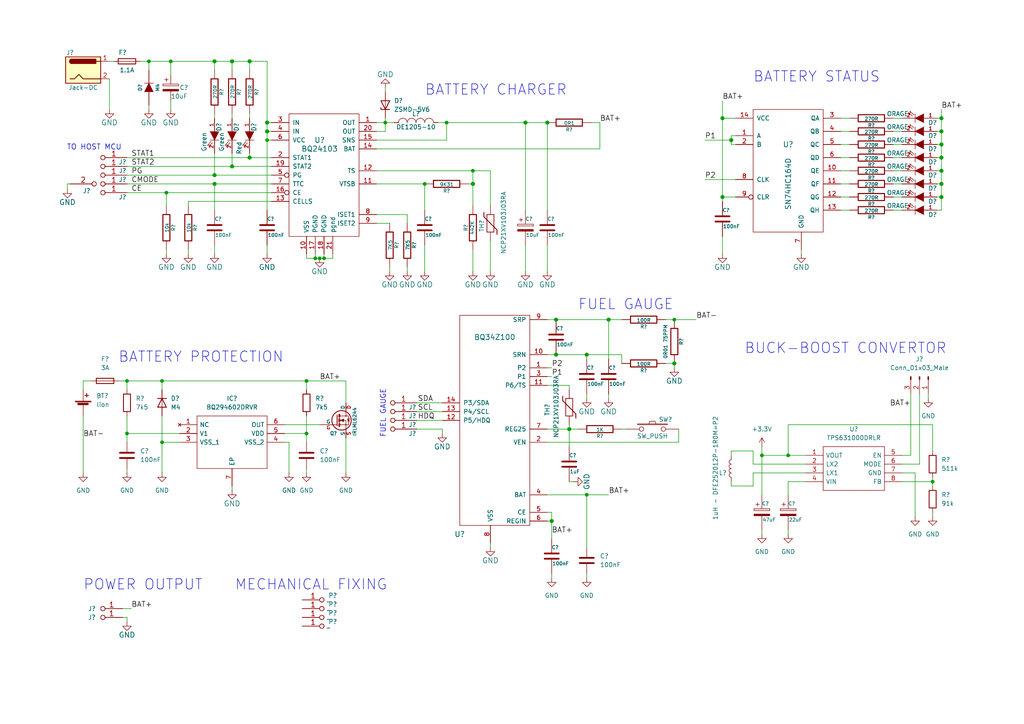
<source format=kicad_sch>
(kicad_sch (version 20230121) (generator eeschema)
  (paper "A4")
  (junction (at 209.55 34.29) (diameter 1.016))
  (junction (at 48.26 55.88))
  (junction (at 36.83 125.73))
  (junction (at 43.18 17.78))
  (junction (at 161.29 102.87) (diameter 1.016))
  (junction (at 212.09 40.64) (diameter 1.016))
  (junction (at 123.19 53.34))
  (junction (at 111.76 35.56))
  (junction (at 137.16 49.53))
  (junction (at 273.05 41.91) (diameter 1.016))
  (junction (at 270.51 139.7))
  (junction (at 160.02 151.13) (diameter 1.016))
  (junction (at 170.18 143.51))
  (junction (at 176.53 92.71) (diameter 1.016))
  (junction (at 77.47 38.1) (diameter 1.016))
  (junction (at 72.39 17.78) (diameter 1.016))
  (junction (at 273.05 45.72) (diameter 1.016))
  (junction (at 93.98 74.93))
  (junction (at 137.16 53.34) (diameter 1.016))
  (junction (at 49.53 17.78))
  (junction (at 92.71 74.93))
  (junction (at 77.47 35.56) (diameter 1.016))
  (junction (at 72.39 45.72) (diameter 1.016))
  (junction (at 62.23 50.8) (diameter 1.016))
  (junction (at 88.9 110.49))
  (junction (at 228.6 132.08))
  (junction (at 77.47 40.64))
  (junction (at 129.54 35.56))
  (junction (at 161.29 92.71) (diameter 1.016))
  (junction (at 46.99 128.27))
  (junction (at 158.75 35.56) (diameter 1.016))
  (junction (at 273.05 57.15) (diameter 1.016))
  (junction (at 195.58 105.41) (diameter 1.016))
  (junction (at 67.31 48.26) (diameter 1.016))
  (junction (at 152.4 35.56) (diameter 1.016))
  (junction (at 170.18 102.87) (diameter 1.016))
  (junction (at 273.05 38.1) (diameter 1.016))
  (junction (at 273.05 53.34) (diameter 1.016))
  (junction (at 67.31 17.78) (diameter 1.016))
  (junction (at 46.99 110.49))
  (junction (at 220.98 132.08))
  (junction (at 88.9 125.73))
  (junction (at 195.58 92.71))
  (junction (at 36.83 110.49))
  (junction (at 165.1 124.46) (diameter 1.016))
  (junction (at 273.05 34.29) (diameter 1.016))
  (junction (at 91.44 74.93))
  (junction (at 62.23 53.34) (diameter 1.016))
  (junction (at 273.05 49.53) (diameter 1.016))
  (junction (at 209.55 57.15) (diameter 1.016))
  (junction (at 62.23 17.78) (diameter 1.016))
  (wire (pts (xy 158.75 128.27) (xy 196.85 128.27)))
  (wire (pts (xy 72.39 45.72) (xy 78.74 45.72)))
  (wire (pts (xy 62.23 73.66) (xy 62.23 71.12)))
  (wire (pts (xy 19.558 53.34) (xy 19.558 54.864)))
  (wire (pts (xy 170.18 166.37) (xy 170.18 167.64)))
  (wire (pts (xy 170.18 143.51) (xy 176.53 143.51)))
  (wire (pts (xy 113.03 78.74) (xy 113.03 77.47)))
  (wire (pts (xy 142.24 49.53) (xy 142.24 59.69)))
  (wire (pts (xy 52.07 128.27) (xy 46.99 128.27)))
  (wire (pts (xy 111.76 25.4) (xy 111.76 26.67)))
  (wire (pts (xy 109.22 62.23) (xy 118.11 62.23)))
  (wire (pts (xy 36.83 128.27) (xy 36.83 125.73)))
  (wire (pts (xy 243.84 57.15) (xy 246.38 57.15)))
  (wire (pts (xy 170.18 158.75) (xy 170.18 143.51)))
  (wire (pts (xy 49.53 17.78) (xy 62.23 17.78)))
  (wire (pts (xy 273.05 60.96) (xy 271.78 60.96)))
  (wire (pts (xy 209.55 29.21) (xy 209.55 34.29)))
  (wire (pts (xy 142.24 158.75) (xy 142.24 157.48)))
  (wire (pts (xy 118.11 62.23) (xy 118.11 64.77)))
  (wire (pts (xy 273.05 41.91) (xy 273.05 45.72)))
  (wire (pts (xy 195.58 92.71) (xy 201.93 92.71)))
  (wire (pts (xy 109.22 38.1) (xy 111.76 38.1)))
  (wire (pts (xy 77.47 35.56) (xy 77.47 38.1)))
  (wire (pts (xy 196.85 128.27) (xy 196.85 124.46)))
  (wire (pts (xy 62.23 53.34) (xy 62.23 60.96)))
  (wire (pts (xy 271.78 49.53) (xy 273.05 49.53)))
  (wire (pts (xy 46.99 128.27) (xy 46.99 137.16)))
  (wire (pts (xy 43.18 17.78) (xy 49.53 17.78)))
  (wire (pts (xy 271.78 57.15) (xy 273.05 57.15)))
  (wire (pts (xy 36.83 45.72) (xy 72.39 45.72)))
  (wire (pts (xy 72.39 45.72) (xy 72.39 44.45)))
  (wire (pts (xy 261.62 139.7) (xy 270.51 139.7)))
  (wire (pts (xy 213.36 34.29) (xy 209.55 34.29)))
  (wire (pts (xy 20.32 53.34) (xy 19.558 53.34)))
  (wire (pts (xy 233.68 139.7) (xy 228.6 139.7)))
  (wire (pts (xy 220.98 143.51) (xy 220.98 132.08)))
  (wire (pts (xy 213.36 57.15) (xy 209.55 57.15)))
  (wire (pts (xy 111.76 35.56) (xy 114.3 35.56)))
  (wire (pts (xy 266.7 134.62) (xy 266.7 114.3)))
  (wire (pts (xy 135.89 53.34) (xy 137.16 53.34)))
  (wire (pts (xy 67.31 34.29) (xy 67.31 33.02)))
  (wire (pts (xy 77.47 60.96) (xy 77.47 40.64)))
  (wire (pts (xy 36.83 179.07) (xy 36.83 180.34)))
  (wire (pts (xy 88.9 74.93) (xy 91.44 74.93)))
  (wire (pts (xy 160.02 148.59) (xy 160.02 151.13)))
  (wire (pts (xy 36.83 125.73) (xy 52.07 125.73)))
  (wire (pts (xy 109.22 43.18) (xy 173.99 43.18)))
  (wire (pts (xy 170.18 143.51) (xy 158.75 143.51)))
  (wire (pts (xy 109.22 40.64) (xy 129.54 40.64)))
  (wire (pts (xy 62.23 20.32) (xy 62.23 17.78)))
  (wire (pts (xy 77.47 38.1) (xy 78.74 38.1)))
  (wire (pts (xy 62.23 50.8) (xy 62.23 44.45)))
  (wire (pts (xy 228.6 153.67) (xy 228.6 154.94)))
  (wire (pts (xy 212.09 130.81) (xy 212.09 132.08)))
  (wire (pts (xy 111.76 34.29) (xy 111.76 35.56)))
  (wire (pts (xy 158.75 151.13) (xy 160.02 151.13)))
  (wire (pts (xy 137.16 49.53) (xy 142.24 49.53)))
  (wire (pts (xy 48.26 55.88) (xy 78.74 55.88)))
  (wire (pts (xy 269.24 114.3) (xy 269.24 115.57)))
  (wire (pts (xy 46.99 120.65) (xy 46.99 128.27)))
  (wire (pts (xy 160.02 151.13) (xy 160.02 156.21)))
  (wire (pts (xy 270.51 139.7) (xy 270.51 138.43)))
  (wire (pts (xy 160.02 166.37) (xy 160.02 167.64)))
  (wire (pts (xy 83.82 137.16) (xy 83.82 128.27)))
  (wire (pts (xy 233.68 134.62) (xy 218.44 134.62)))
  (wire (pts (xy 259.08 38.1) (xy 261.62 38.1)))
  (wire (pts (xy 176.53 115.57) (xy 176.53 114.3)))
  (wire (pts (xy 271.78 41.91) (xy 273.05 41.91)))
  (wire (pts (xy 127 35.56) (xy 129.54 35.56)))
  (wire (pts (xy 93.98 74.93) (xy 96.52 74.93)))
  (wire (pts (xy 209.55 57.15) (xy 209.55 58.42)))
  (wire (pts (xy 92.71 74.93) (xy 93.98 74.93)))
  (wire (pts (xy 193.04 92.71) (xy 195.58 92.71)))
  (wire (pts (xy 228.6 123.19) (xy 228.6 132.08)))
  (wire (pts (xy 228.6 139.7) (xy 228.6 143.51)))
  (wire (pts (xy 100.33 127) (xy 100.33 137.16)))
  (wire (pts (xy 259.08 34.29) (xy 261.62 34.29)))
  (wire (pts (xy 36.83 110.49) (xy 36.83 113.03)))
  (wire (pts (xy 82.55 123.19) (xy 92.71 123.19)))
  (wire (pts (xy 161.29 92.71) (xy 176.53 92.71)))
  (wire (pts (xy 158.75 92.71) (xy 161.29 92.71)))
  (wire (pts (xy 36.83 135.89) (xy 36.83 137.16)))
  (wire (pts (xy 91.44 74.93) (xy 92.71 74.93)))
  (wire (pts (xy 43.18 31.75) (xy 43.18 30.48)))
  (wire (pts (xy 209.55 68.58) (xy 209.55 73.66)))
  (wire (pts (xy 36.83 120.65) (xy 36.83 125.73)))
  (wire (pts (xy 78.74 35.56) (xy 77.47 35.56)))
  (wire (pts (xy 31.75 17.78) (xy 33.02 17.78)))
  (wire (pts (xy 35.56 176.53) (xy 38.1 176.53)))
  (wire (pts (xy 273.05 57.15) (xy 273.05 60.96)))
  (wire (pts (xy 120.904 119.38) (xy 128.27 119.38)))
  (wire (pts (xy 158.75 106.68) (xy 160.02 106.68)))
  (wire (pts (xy 218.44 130.81) (xy 212.09 130.81)))
  (wire (pts (xy 243.84 60.96) (xy 246.38 60.96)))
  (wire (pts (xy 265.43 137.16) (xy 265.43 149.86)))
  (wire (pts (xy 158.75 109.22) (xy 160.02 109.22)))
  (wire (pts (xy 46.99 110.49) (xy 88.9 110.49)))
  (wire (pts (xy 165.1 123.19) (xy 165.1 124.46)))
  (wire (pts (xy 165.1 129.54) (xy 165.1 124.46)))
  (wire (pts (xy 220.98 129.54) (xy 220.98 132.08)))
  (wire (pts (xy 142.24 69.85) (xy 142.24 78.74)))
  (wire (pts (xy 120.904 124.46) (xy 128.27 124.46)))
  (wire (pts (xy 271.78 38.1) (xy 273.05 38.1)))
  (wire (pts (xy 123.19 60.96) (xy 123.19 53.34)))
  (wire (pts (xy 49.53 29.21) (xy 49.53 31.75)))
  (wire (pts (xy 195.58 105.41) (xy 195.58 106.68)))
  (wire (pts (xy 259.08 57.15) (xy 261.62 57.15)))
  (wire (pts (xy 67.31 17.78) (xy 72.39 17.78)))
  (wire (pts (xy 31.75 22.86) (xy 31.75 31.75)))
  (wire (pts (xy 220.98 132.08) (xy 228.6 132.08)))
  (wire (pts (xy 36.83 50.8) (xy 62.23 50.8)))
  (wire (pts (xy 233.68 137.16) (xy 218.44 137.16)))
  (wire (pts (xy 218.44 140.97) (xy 212.09 140.97)))
  (wire (pts (xy 270.51 139.7) (xy 270.51 140.97)))
  (wire (pts (xy 273.05 34.29) (xy 273.05 38.1)))
  (wire (pts (xy 88.9 110.49) (xy 88.9 113.03)))
  (wire (pts (xy 243.84 41.91) (xy 246.38 41.91)))
  (wire (pts (xy 176.53 104.14) (xy 176.53 92.71)))
  (wire (pts (xy 77.47 40.64) (xy 77.47 38.1)))
  (wire (pts (xy 259.08 41.91) (xy 261.62 41.91)))
  (wire (pts (xy 118.11 78.74) (xy 118.11 77.47)))
  (wire (pts (xy 270.51 123.19) (xy 228.6 123.19)))
  (wire (pts (xy 213.36 52.07) (xy 204.47 52.07)))
  (wire (pts (xy 165.1 139.7) (xy 166.37 139.7)))
  (wire (pts (xy 273.05 49.53) (xy 273.05 53.34)))
  (wire (pts (xy 261.62 137.16) (xy 265.43 137.16)))
  (wire (pts (xy 220.98 153.67) (xy 220.98 154.94)))
  (wire (pts (xy 261.62 134.62) (xy 266.7 134.62)))
  (wire (pts (xy 36.83 53.34) (xy 62.23 53.34)))
  (wire (pts (xy 34.29 110.49) (xy 36.83 110.49)))
  (wire (pts (xy 158.75 111.76) (xy 165.1 111.76)))
  (wire (pts (xy 67.31 20.32) (xy 67.31 17.78)))
  (wire (pts (xy 128.27 124.46) (xy 128.27 125.73)))
  (wire (pts (xy 273.05 31.75) (xy 273.05 34.29)))
  (wire (pts (xy 261.62 132.08) (xy 264.16 132.08)))
  (wire (pts (xy 120.904 116.84) (xy 128.27 116.84)))
  (wire (pts (xy 24.13 110.49) (xy 26.67 110.49)))
  (wire (pts (xy 111.76 38.1) (xy 111.76 35.56)))
  (wire (pts (xy 123.19 78.74) (xy 123.19 71.12)))
  (wire (pts (xy 180.34 124.46) (xy 181.61 124.46)))
  (wire (pts (xy 62.23 34.29) (xy 62.23 33.02)))
  (wire (pts (xy 212.09 41.91) (xy 212.09 40.64)))
  (wire (pts (xy 100.33 110.49) (xy 100.33 116.84)))
  (wire (pts (xy 109.22 49.53) (xy 137.16 49.53)))
  (wire (pts (xy 24.13 113.03) (xy 24.13 110.49)))
  (wire (pts (xy 171.45 35.56) (xy 173.99 35.56)))
  (wire (pts (xy 72.39 20.32) (xy 72.39 17.78)))
  (wire (pts (xy 88.9 125.73) (xy 88.9 128.27)))
  (wire (pts (xy 180.34 102.87) (xy 180.34 105.41)))
  (wire (pts (xy 212.09 40.64) (xy 204.47 40.64)))
  (wire (pts (xy 212.09 39.37) (xy 213.36 39.37)))
  (wire (pts (xy 62.23 53.34) (xy 78.74 53.34)))
  (wire (pts (xy 137.16 53.34) (xy 137.16 59.69)))
  (wire (pts (xy 243.84 53.34) (xy 246.38 53.34)))
  (wire (pts (xy 77.47 73.66) (xy 77.47 71.12)))
  (wire (pts (xy 72.39 34.29) (xy 72.39 33.02)))
  (wire (pts (xy 77.47 17.78) (xy 77.47 35.56)))
  (wire (pts (xy 165.1 124.46) (xy 167.64 124.46)))
  (wire (pts (xy 170.18 114.3) (xy 170.18 115.57)))
  (wire (pts (xy 165.1 111.76) (xy 165.1 113.03)))
  (wire (pts (xy 161.29 102.87) (xy 170.18 102.87)))
  (wire (pts (xy 232.41 73.66) (xy 232.41 72.39)))
  (wire (pts (xy 67.31 48.26) (xy 67.31 44.45)))
  (wire (pts (xy 93.98 73.66) (xy 93.98 74.93)))
  (wire (pts (xy 259.08 49.53) (xy 261.62 49.53)))
  (wire (pts (xy 78.74 58.42) (xy 54.61 58.42)))
  (wire (pts (xy 48.26 59.69) (xy 48.26 55.88)))
  (wire (pts (xy 120.904 121.92) (xy 128.27 121.92)))
  (wire (pts (xy 96.52 73.66) (xy 96.52 74.93)))
  (wire (pts (xy 243.84 34.29) (xy 246.38 34.29)))
  (wire (pts (xy 152.4 35.56) (xy 152.4 60.96)))
  (wire (pts (xy 62.23 50.8) (xy 78.74 50.8)))
  (wire (pts (xy 43.18 17.78) (xy 43.18 20.32)))
  (wire (pts (xy 273.05 53.34) (xy 273.05 57.15)))
  (wire (pts (xy 54.61 58.42) (xy 54.61 59.69)))
  (wire (pts (xy 100.33 110.49) (xy 88.9 110.49)))
  (wire (pts (xy 259.08 53.34) (xy 261.62 53.34)))
  (wire (pts (xy 170.18 102.87) (xy 180.34 102.87)))
  (wire (pts (xy 259.08 60.96) (xy 261.62 60.96)))
  (wire (pts (xy 62.23 17.78) (xy 67.31 17.78)))
  (wire (pts (xy 77.47 40.64) (xy 78.74 40.64)))
  (wire (pts (xy 273.05 38.1) (xy 273.05 41.91)))
  (wire (pts (xy 273.05 45.72) (xy 273.05 49.53)))
  (wire (pts (xy 243.84 45.72) (xy 246.38 45.72)))
  (wire (pts (xy 209.55 34.29) (xy 209.55 57.15)))
  (wire (pts (xy 228.6 132.08) (xy 233.68 132.08)))
  (wire (pts (xy 158.75 102.87) (xy 161.29 102.87)))
  (wire (pts (xy 158.75 60.96) (xy 158.75 35.56)))
  (wire (pts (xy 72.39 17.78) (xy 77.47 17.78)))
  (wire (pts (xy 218.44 137.16) (xy 218.44 140.97)))
  (wire (pts (xy 88.9 73.66) (xy 88.9 74.93)))
  (wire (pts (xy 129.54 40.64) (xy 129.54 35.56)))
  (wire (pts (xy 36.83 110.49) (xy 46.99 110.49)))
  (wire (pts (xy 152.4 71.12) (xy 152.4 78.74)))
  (wire (pts (xy 36.83 55.88) (xy 48.26 55.88)))
  (wire (pts (xy 271.78 45.72) (xy 273.05 45.72)))
  (wire (pts (xy 270.51 148.59) (xy 270.51 149.86)))
  (wire (pts (xy 158.75 35.56) (xy 152.4 35.56)))
  (wire (pts (xy 176.53 92.71) (xy 180.34 92.71)))
  (wire (pts (xy 129.54 35.56) (xy 152.4 35.56)))
  (wire (pts (xy 158.75 124.46) (xy 165.1 124.46)))
  (wire (pts (xy 82.55 125.73) (xy 88.9 125.73)))
  (wire (pts (xy 243.84 38.1) (xy 246.38 38.1)))
  (wire (pts (xy 137.16 49.53) (xy 137.16 53.34)))
  (wire (pts (xy 54.61 72.39) (xy 54.61 73.66)))
  (wire (pts (xy 212.09 140.97) (xy 212.09 139.7)))
  (wire (pts (xy 36.83 48.26) (xy 67.31 48.26)))
  (wire (pts (xy 24.13 120.65) (xy 24.13 137.16)))
  (wire (pts (xy 173.99 43.18) (xy 173.99 35.56)))
  (wire (pts (xy 67.31 48.26) (xy 78.74 48.26)))
  (wire (pts (xy 48.26 72.39) (xy 48.26 73.66)))
  (wire (pts (xy 88.9 135.89) (xy 88.9 137.16)))
  (wire (pts (xy 158.75 148.59) (xy 160.02 148.59)))
  (wire (pts (xy 46.99 110.49) (xy 46.99 113.03)))
  (wire (pts (xy 109.22 53.34) (xy 123.19 53.34)))
  (wire (pts (xy 83.82 128.27) (xy 82.55 128.27)))
  (wire (pts (xy 91.44 73.66) (xy 91.44 74.93)))
  (wire (pts (xy 158.75 78.74) (xy 158.75 71.12)))
  (wire (pts (xy 49.53 17.78) (xy 49.53 21.59)))
  (wire (pts (xy 67.31 140.97) (xy 67.31 142.24)))
  (wire (pts (xy 35.56 179.07) (xy 36.83 179.07)))
  (wire (pts (xy 264.16 114.3) (xy 264.16 132.08)))
  (wire (pts (xy 40.64 17.78) (xy 43.18 17.78)))
  (wire (pts (xy 271.78 34.29) (xy 273.05 34.29)))
  (wire (pts (xy 218.44 134.62) (xy 218.44 130.81)))
  (wire (pts (xy 270.51 130.81) (xy 270.51 123.19)))
  (wire (pts (xy 212.09 40.64) (xy 212.09 39.37)))
  (wire (pts (xy 109.22 35.56) (xy 111.76 35.56)))
  (wire (pts (xy 213.36 41.91) (xy 212.09 41.91)))
  (wire (pts (xy 243.84 49.53) (xy 246.38 49.53)))
  (wire (pts (xy 193.04 105.41) (xy 195.58 105.41)))
  (wire (pts (xy 170.18 104.14) (xy 170.18 102.87)))
  (wire (pts (xy 271.78 53.34) (xy 273.05 53.34)))
  (wire (pts (xy 88.9 120.65) (xy 88.9 125.73)))
  (wire (pts (xy 137.16 78.74) (xy 137.16 72.39)))
  (wire (pts (xy 259.08 45.72) (xy 261.62 45.72)))
  (wire (pts (xy 109.22 64.77) (xy 113.03 64.77)))
  (text "FUEL GAUGE" (at 112.014 127 90) (effects (font (size 1.524 1.524)) (justify left bottom)))
  (text "BUCK-BOOST CONVERTOR" (at 215.9 102.87 0) (effects (font (size 2.9972 2.9972)) (justify left bottom)))
  (text "MECHANICAL FIXING" (at 68.072 171.45 0) (effects (font (size 2.9972 2.9972)) (justify left bottom)))
  (text "TO HOST MCU" (at 35.306 43.688 0) (effects (font (size 1.524 1.524)) (justify right bottom)))
  (text "BATTERY PROTECTION" (at 34.29 105.41 0) (effects (font (size 2.9972 2.9972)) (justify left bottom)))
  (text "POWER OUTPUT" (at 24.13 171.45 0) (effects (font (size 2.9972 2.9972)) (justify left bottom)))
  (text "BATTERY CHARGER" (at 123.19 27.94 0) (effects (font (size 2.9972 2.9972)) (justify left bottom)))
  (text "BATTERY STATUS" (at 218.44 24.13 0) (effects (font (size 2.9972 2.9972)) (justify left bottom)))
  (text "FUEL GAUGE" (at 167.64 90.17 0) (effects (font (size 2.9972 2.9972)) (justify left bottom)))
  (label "BAT+" (at 38.1 176.53 0) (effects (font (size 1.524 1.524))))
  (label "BAT-" (at 24.13 127 0) (effects (font (size 1.524 1.524))))
  (label "BAT+" (at 264.16 118.11 180) (effects (font (size 1.524 1.524))))
  (label "BAT+" (at 160.02 154.94 0) (effects (font (size 1.524 1.524))))
  (label "CMODE" (at 38.1 53.34 0) (effects (font (size 1.524 1.524))))
  (label "BAT+" (at 173.99 35.56 0) (effects (font (size 1.524 1.524))))
  (label "STAT1" (at 38.1 45.72 0) (effects (font (size 1.524 1.524))))
  (label "P1" (at 160.02 109.22 0) (effects (font (size 1.524 1.524))))
  (label "PG" (at 38.1 50.8 0) (effects (font (size 1.524 1.524))))
  (label "P1" (at 204.47 40.64 0) (effects (font (size 1.524 1.524))))
  (label "STAT2" (at 38.1 48.26 0) (effects (font (size 1.524 1.524))))
  (label "CE" (at 38.1 55.88 0) (effects (font (size 1.524 1.524))))
  (label "HDQ" (at 121.158 121.92 0) (effects (font (size 1.524 1.524))))
  (label "BAT+" (at 209.55 29.21 0) (effects (font (size 1.524 1.524))))
  (label "P2" (at 160.02 106.68 0) (effects (font (size 1.524 1.524))))
  (label "SCL" (at 121.158 119.38 0) (effects (font (size 1.524 1.524))))
  (label "BAT-" (at 201.93 92.71 0) (effects (font (size 1.524 1.524))))
  (label "BAT+" (at 273.05 31.75 0) (effects (font (size 1.524 1.524))))
  (label "P2" (at 204.47 52.07 0) (effects (font (size 1.524 1.524))))
  (label "BAT+" (at 176.53 143.51 0) (effects (font (size 1.524 1.524))))
  (label "BAT+" (at 92.71 110.49 0) (effects (font (size 1.524 1.524))))
  (label "SDA" (at 121.158 116.84 0) (effects (font (size 1.524 1.524))))
  (symbol (lib_id "Device:Fuse") (at 36.83 17.78 90) (unit 1)
    (property "Reference" "F?" (at 35.56 15.24 90))
    (property "Value" "1.1A" (at 36.83 20.32 90))
  )
  (symbol (lib_id "LION2CELL01D-rescue:GND") (at 43.18 31.75 0) (unit 1)
    (property "Reference" "#PWR?" (effects hide))
    (property "Value" "GND" (at 43.18 35.56 0) (effects (font (size 1.524 1.524))))
  )
  (symbol (lib_id "LION2CELL01D-rescue:C-RESCUE-LION2CELL01C") (at 170.18 109.22 0) (unit 1)
    (property "Reference" "C?" (at 170.18 106.68 0) (effects (font (size 1.016 1.016)) (justify left)))
    (property "Value" "100nF" (at 170.3324 111.379 0) (effects (font (size 1.016 1.016)) (justify left)))
    (property "Footprint" "Mlab_R:SMD-0805" (effects hide))
  )
  (symbol (lib_id "LION2CELL01D-rescue:JUMP_2x1") (at 110.744 120.65 180) (unit 1)
    (property "Reference" "J?" (at 119.634 125.73 0))
    (property "Value" "JUMP_2x1" (effects hide))
    (property "Footprint" "Mlab_Pin_Headers:Straight_1x02" (effects hide))
  )
  (symbol (lib_id "LION2CELL01D-rescue:R-RESCUE-LION2CELL01C") (at 48.26 66.04 0) (unit 1)
    (property "Reference" "R?" (at 50.292 66.04 90) (effects (font (size 1.016 1.016))))
    (property "Value" "10k" (at 48.4378 66.0146 90) (effects (font (size 1.016 1.016))))
    (property "Footprint" "Mlab_R:SMD-0805" (effects hide))
  )
  (symbol (lib_id "LION2CELL01D-rescue:GND") (at 62.23 73.66 0) (unit 1)
    (property "Reference" "#PWR?" (effects hide))
    (property "Value" "GND" (at 62.23 77.47 0) (effects (font (size 1.524 1.524))))
  )
  (symbol (lib_id "Device:C") (at 36.83 132.08 0) (unit 1)
    (property "Reference" "C?" (at 40.64 130.8099 0) (effects (justify left)))
    (property "Value" "100nF" (at 40.64 133.3499 0) (effects (justify left)))
  )
  (symbol (lib_id "LION2CELL01D-rescue:C-RESCUE-LION2CELL01C") (at 123.19 66.04 0) (unit 1)
    (property "Reference" "C?" (at 123.19 63.5 0) (effects (font (size 1.016 1.016)) (justify left)))
    (property "Value" "100nF" (at 123.3424 68.199 0) (effects (font (size 1.016 1.016)) (justify left)))
    (property "Footprint" "Mlab_R:SMD-0805" (effects hide))
  )
  (symbol (lib_id "LION2CELL01D-rescue:JUMP_2x1") (at 110.744 118.11 180) (unit 1)
    (property "Reference" "J?" (at 119.634 123.19 0))
    (property "Value" "JUMP_2x1" (effects hide))
    (property "Footprint" "Mlab_Pin_Headers:Straight_1x02" (effects hide))
  )
  (symbol (lib_id "LION2CELL01D-rescue:R-RESCUE-LION2CELL01C") (at 252.73 57.15 270) (unit 1)
    (property "Reference" "R?" (at 252.73 59.182 90) (effects (font (size 1.016 1.016))))
    (property "Value" "270R" (at 252.7554 57.3278 90) (effects (font (size 1.016 1.016))))
    (property "Footprint" "Mlab_R:SMD-0805" (effects hide))
  )
  (symbol (lib_id "Connector:Jack-DC") (at 24.13 20.32 0) (unit 1)
    (property "Reference" "J?" (at 20.32 15.24 0))
    (property "Value" "Jack-DC" (at 24.13 25.4 0))
  )
  (symbol (lib_name "GND_2") (lib_id "power:GND") (at 24.13 137.16 0) (unit 1)
    (property "Reference" "#PWR?" (effects hide))
    (property "Value" "GND" (at 24.13 142.24 0))
  )
  (symbol (lib_id "LION2CELL01D-rescue:LED-RESCUE-LION2CELL01C") (at 266.7 45.72 180) (unit 1)
    (property "Reference" "D?" (at 270.51 46.99 0))
    (property "Value" "ORAGE" (at 260.35 44.45 0))
    (property "Footprint" "Mlab_D:LED_1206" (effects hide))
  )
  (symbol (lib_id "LION2CELL01D-rescue:GND") (at 137.16 78.74 0) (unit 1)
    (property "Reference" "#PWR?" (effects hide))
    (property "Value" "GND" (at 137.16 82.55 0) (effects (font (size 1.524 1.524))))
  )
  (symbol (lib_id "LION2CELL01D-rescue:R-RESCUE-LION2CELL01C") (at 252.73 34.29 270) (unit 1)
    (property "Reference" "R?" (at 252.73 36.322 90) (effects (font (size 1.016 1.016))))
    (property "Value" "270R" (at 252.7554 34.4678 90) (effects (font (size 1.016 1.016))))
    (property "Footprint" "Mlab_R:SMD-0805" (effects hide))
  )
  (symbol (lib_id "LION2CELL01D-rescue:MOSFET-N") (at 97.79 121.92 0) (unit 1)
    (property "Reference" "Q?" (at 97.79 125.7046 0) (effects (font (size 1.016 1.016)) (justify right)))
    (property "Value" "IRLML6244" (at 102.87 118.11 90) (effects (font (size 1.016 1.016)) (justify right)))
    (property "Footprint" "Mlab_T:SOT-23" (effects hide))
  )
  (symbol (lib_id "LION2CELL01D-rescue:GND") (at 195.58 106.68 0) (unit 1)
    (property "Reference" "#PWR?" (effects hide))
    (property "Value" "GND" (at 195.58 110.49 0) (effects (font (size 1.524 1.524))))
  )
  (symbol (lib_id "LION2CELL01D-rescue:LED-RESCUE-LION2CELL01C") (at 266.7 34.29 180) (unit 1)
    (property "Reference" "D?" (at 270.51 35.56 0))
    (property "Value" "ORAGE" (at 260.35 33.02 0))
    (property "Footprint" "Mlab_D:LED_1206" (effects hide))
  )
  (symbol (lib_name "GND_8") (lib_id "power:GND") (at 270.51 149.86 0) (unit 1)
    (property "Reference" "#PWR?" (effects hide))
    (property "Value" "GND" (at 270.51 154.94 0))
  )
  (symbol (lib_id "Device:Fuse") (at 30.48 110.49 90) (unit 1)
    (property "Reference" "F?" (at 30.48 104.14 90))
    (property "Value" "3A" (at 30.48 106.68 90))
  )
  (symbol (lib_id "LION2CELL01D-rescue:GND") (at 49.53 31.75 0) (unit 1)
    (property "Reference" "#PWR?" (effects hide))
    (property "Value" "GND" (at 49.53 35.56 0) (effects (font (size 1.524 1.524))))
  )
  (symbol (lib_id "LION2CELL01D-rescue:LED-RESCUE-LION2CELL01C") (at 266.7 38.1 180) (unit 1)
    (property "Reference" "D?" (at 270.51 39.37 0))
    (property "Value" "ORAGE" (at 260.35 36.83 0))
    (property "Footprint" "Mlab_D:LED_1206" (effects hide))
  )
  (symbol (lib_id "Device:R") (at 270.51 134.62 0) (unit 1)
    (property "Reference" "R?" (at 273.05 133.3499 0) (effects (justify left)))
    (property "Value" "511k" (at 273.05 135.8899 0) (effects (justify left)))
  )
  (symbol (lib_id "LION2CELL01D-rescue:R-RESCUE-LION2CELL01C") (at 252.73 49.53 270) (unit 1)
    (property "Reference" "R?" (at 252.73 51.562 90) (effects (font (size 1.016 1.016))))
    (property "Value" "270R" (at 252.7554 49.7078 90) (effects (font (size 1.016 1.016))))
    (property "Footprint" "Mlab_R:SMD-0805" (effects hide))
  )
  (symbol (lib_id "LION2CELL01D-rescue:LED-RESCUE-LION2CELL01C") (at 62.23 39.37 270) (unit 1)
    (property "Reference" "D?" (at 63.5 36.83 0))
    (property "Value" "Green" (at 59.182 41.148 0))
    (property "Footprint" "Mlab_D:LED_1206" (effects hide))
  )
  (symbol (lib_id "LION2CELL01D-rescue:CP2") (at 228.6 148.59 0) (unit 1)
    (property "Reference" "C?" (at 228.6 146.05 0) (effects (font (size 1.016 1.016)) (justify left)))
    (property "Value" "22uF" (at 228.7524 150.749 0) (effects (font (size 1.016 1.016)) (justify left)))
    (property "Footprint" "Mlab_C:TantalC_SizeB_Reflow" (effects hide))
  )
  (symbol (lib_id "LION2CELL01D-rescue:C-RESCUE-LION2CELL01C") (at 165.1 134.62 0) (unit 1)
    (property "Reference" "C?" (at 165.1 132.08 0) (effects (font (size 1.016 1.016)) (justify left)))
    (property "Value" "1uF" (at 165.2524 136.779 0) (effects (font (size 1.016 1.016)) (justify left)))
    (property "Footprint" "Mlab_R:SMD-0805" (effects hide))
  )
  (symbol (lib_id "LION2CELL01D-rescue:GND") (at 128.27 125.73 0) (unit 1)
    (property "Reference" "#PWR?" (effects hide))
    (property "Value" "GND" (at 128.27 129.54 0) (effects (font (size 1.524 1.524))))
  )
  (symbol (lib_id "LION2CELL01D-rescue:C-RESCUE-LION2CELL01C") (at 158.75 66.04 0) (unit 1)
    (property "Reference" "C?" (at 158.75 63.5 0) (effects (font (size 1.016 1.016)) (justify left)))
    (property "Value" "100nF" (at 158.9024 68.199 0) (effects (font (size 1.016 1.016)) (justify left)))
    (property "Footprint" "Mlab_R:SMD-0805" (effects hide))
  )
  (symbol (lib_id "LION2CELL01D-rescue:C-RESCUE-LION2CELL01C") (at 77.47 66.04 0) (unit 1)
    (property "Reference" "C?" (at 77.47 63.5 0) (effects (font (size 1.016 1.016)) (justify left)))
    (property "Value" "100nF" (at 77.6224 68.199 0) (effects (font (size 1.016 1.016)) (justify left)))
    (property "Footprint" "Mlab_R:SMD-0805" (effects hide))
  )
  (symbol (lib_id "LION2CELL01D-rescue:JUMP_2x1") (at 26.67 46.99 180) (unit 1)
    (property "Reference" "J?" (at 35.56 52.07 0))
    (property "Value" "JUMP_2x1" (effects hide))
    (property "Footprint" "Mlab_Pin_Headers:Straight_1x02" (effects hide))
  )
  (symbol (lib_id "LION2CELL01D-rescue:JUMP_2x1") (at 110.744 115.57 180) (unit 1)
    (property "Reference" "J?" (at 119.634 120.65 0))
    (property "Value" "JUMP_2x1" (effects hide))
    (property "Footprint" "Mlab_Pin_Headers:Straight_1x02" (effects hide))
  )
  (symbol (lib_id "LION2CELL01D-rescue:R-RESCUE-LION2CELL01C") (at 118.11 71.12 0) (unit 1)
    (property "Reference" "R?" (at 120.142 71.12 90) (effects (font (size 1.016 1.016))))
    (property "Value" "7K5" (at 118.2878 71.0946 90) (effects (font (size 1.016 1.016))))
    (property "Footprint" "Mlab_R:SMD-0805" (effects hide))
  )
  (symbol (lib_name "GND_6") (lib_id "power:GND") (at 220.98 154.94 0) (unit 1)
    (property "Reference" "#PWR?" (effects hide))
    (property "Value" "GND" (at 220.98 160.02 0))
  )
  (symbol (lib_id "LION2CELL01D-rescue:R-RESCUE-LION2CELL01C") (at 252.73 38.1 270) (unit 1)
    (property "Reference" "R?" (at 252.73 40.132 90) (effects (font (size 1.016 1.016))))
    (property "Value" "270R" (at 252.7554 38.2778 90) (effects (font (size 1.016 1.016))))
    (property "Footprint" "Mlab_R:SMD-0805" (effects hide))
  )
  (symbol (lib_id "Device:R") (at 270.51 144.78 0) (unit 1)
    (property "Reference" "R?" (at 273.05 143.5099 0) (effects (justify left)))
    (property "Value" "91k" (at 273.05 146.0499 0) (effects (justify left)))
  )
  (symbol (lib_name "GND_4") (lib_id "power:GND") (at 100.33 137.16 0) (unit 1)
    (property "Reference" "#PWR?" (effects hide))
    (property "Value" "GND" (at 100.33 142.24 0))
  )
  (symbol (lib_id "LION2CELL01D-rescue:JUMP_2x1") (at 26.67 41.91 180) (unit 1)
    (property "Reference" "J?" (at 35.56 46.99 0))
    (property "Value" "JUMP_2x1" (effects hide))
    (property "Footprint" "Mlab_Pin_Headers:Straight_1x02" (effects hide))
  )
  (symbol (lib_id "LION2CELL01D-rescue:R-RESCUE-LION2CELL01C") (at 62.23 26.67 0) (unit 1)
    (property "Reference" "R?" (at 64.262 26.67 90) (effects (font (size 1.016 1.016))))
    (property "Value" "270R" (at 62.4078 26.6446 90) (effects (font (size 1.016 1.016))))
    (property "Footprint" "Mlab_R:SMD-0805" (effects hide))
  )
  (symbol (lib_id "Device:Thermistor") (at 165.1 118.11 0) (unit 1)
    (property "Reference" "TH?" (at 158.75 120.65 90) (effects (justify left)))
    (property "Value" "NCP21XV103J03RA" (at 161.29 127 90) (effects (justify left)))
  )
  (symbol (lib_id "LION2CELL01D-rescue:_") (at 95.25 177.8 0) (unit 1)
    (property "Reference" "P?" (at 96.52 175.26 0))
    (property "Value" "_" (at 95.25 176.53 0) (effects (font (size 1.016 1.016))))
    (property "Footprint" "Mlab_Mechanical:MountingHole_3mm" (effects hide))
  )
  (symbol (lib_id "LION2CELL01D-rescue:_") (at 95.25 180.34 0) (unit 1)
    (property "Reference" "P?" (at 96.52 177.8 0))
    (property "Value" "_" (at 95.25 179.07 0) (effects (font (size 1.016 1.016))))
    (property "Footprint" "Mlab_Mechanical:MountingHole_3mm" (effects hide))
  )
  (symbol (lib_id "LION2CELL01D-rescue:R-RESCUE-LION2CELL01C") (at 113.03 71.12 0) (unit 1)
    (property "Reference" "R?" (at 115.062 71.12 90) (effects (font (size 1.016 1.016))))
    (property "Value" "7K5" (at 113.2078 71.0946 90) (effects (font (size 1.016 1.016))))
    (property "Footprint" "Mlab_R:SMD-0805" (effects hide))
  )
  (symbol (lib_id "LION2CELL01D-rescue:C-RESCUE-LION2CELL01C") (at 161.29 97.79 0) (unit 1)
    (property "Reference" "C?" (at 161.29 95.25 0) (effects (font (size 1.016 1.016)) (justify left)))
    (property "Value" "100nF" (at 161.4424 99.949 0) (effects (font (size 1.016 1.016)) (justify left)))
    (property "Footprint" "Mlab_R:SMD-0805" (effects hide))
  )
  (symbol (lib_id "LION2CELL01D-rescue:C-RESCUE-LION2CELL01C") (at 62.23 66.04 0) (unit 1)
    (property "Reference" "C?" (at 62.23 63.5 0) (effects (font (size 1.016 1.016)) (justify left)))
    (property "Value" "100nF" (at 62.3824 68.199 0) (effects (font (size 1.016 1.016)) (justify left)))
    (property "Footprint" "Mlab_R:SMD-0805" (effects hide))
  )
  (symbol (lib_id "LION2CELL01D-rescue:JUMP2_2x1") (at 29.21 53.34 0) (unit 1)
    (property "Reference" "J?" (at 25.146 55.372 0))
    (property "Value" "JUMP2_2x1" (effects hide))
  )
  (symbol (lib_id "LION2CELL01D-rescue:GND") (at 166.37 139.7 90) (unit 1)
    (property "Reference" "#PWR?" (effects hide))
    (property "Value" "GND" (at 170.18 139.7 0) (effects (font (size 1.524 1.524))))
  )
  (symbol (lib_id "LION2CELL01D-rescue:GND") (at 123.19 78.74 0) (unit 1)
    (property "Reference" "#PWR?" (effects hide))
    (property "Value" "GND" (at 123.19 82.55 0) (effects (font (size 1.524 1.524))))
  )
  (symbol (lib_id "LION2CELL01D-rescue:CONN1_1") (at 27.94 175.26 180) (unit 1)
    (property "Reference" "J?" (at 26.67 176.53 0))
    (property "Value" "CONN1_1" (effects hide))
    (property "Footprint" "Mlab_Con:WAGO256" (effects hide))
  )
  (symbol (lib_id "LION2CELL01D-rescue:LED-RESCUE-LION2CELL01C") (at 266.7 60.96 180) (unit 1)
    (property "Reference" "D?" (at 270.51 62.23 0))
    (property "Value" "ORAGE" (at 260.35 59.69 0))
    (property "Footprint" "Mlab_D:LED_1206" (effects hide))
  )
  (symbol (lib_id "LION2CELL01D-rescue:GND") (at 36.83 180.34 0) (unit 1)
    (property "Reference" "#PWR?" (effects hide))
    (property "Value" "GND" (at 36.83 184.15 0) (effects (font (size 1.524 1.524))))
  )
  (symbol (lib_id "Device:D_Zener") (at 111.76 30.48 90) (unit 1)
    (property "Reference" "D?" (at 114.3 29.2099 90) (effects (justify right)))
    (property "Value" "ZSMD-5V6" (at 114.3 31.7499 90) (effects (justify right)))
  )
  (symbol (lib_id "LION2CELL01D-rescue:LED-RESCUE-LION2CELL01C") (at 266.7 53.34 180) (unit 1)
    (property "Reference" "D?" (at 270.51 54.61 0))
    (property "Value" "ORAGE" (at 260.35 52.07 0))
    (property "Footprint" "Mlab_D:LED_1206" (effects hide))
  )
  (symbol (lib_id "LION2CELL01D-rescue:DIODE") (at 43.18 25.4 90) (unit 1)
    (property "Reference" "D?" (at 40.64 25.4 0) (effects (font (size 1.016 1.016))))
    (property "Value" "M4" (at 45.72 25.4 0) (effects (font (size 1.016 1.016))))
    (property "Footprint" "Mlab_D:SMA_Standard" (effects hide))
  )
  (symbol (lib_id "LION2CELL01D-rescue:GND") (at 176.53 115.57 0) (unit 1)
    (property "Reference" "#PWR?" (effects hide))
    (property "Value" "GND" (at 176.53 119.38 0) (effects (font (size 1.524 1.524))))
  )
  (symbol (lib_id "LION2CELL01D-rescue:R-RESCUE-LION2CELL01C") (at 137.16 66.04 180) (unit 1)
    (property "Reference" "R?" (at 135.128 66.04 90) (effects (font (size 1.016 1.016))))
    (property "Value" "442K" (at 136.9822 66.0654 90) (effects (font (size 1.016 1.016))))
    (property "Footprint" "Mlab_R:SMD-0805" (effects hide))
  )
  (symbol (lib_id "LION2CELL01D-rescue:C-RESCUE-LION2CELL01C") (at 209.55 63.5 0) (unit 1)
    (property "Reference" "C?" (at 209.55 60.96 0) (effects (font (size 1.016 1.016)) (justify left)))
    (property "Value" "100nF" (at 209.7024 65.659 0) (effects (font (size 1.016 1.016)) (justify left)))
    (property "Footprint" "Mlab_R:SMD-0805" (effects hide))
  )
  (symbol (lib_id "LION2CELL01D-rescue:GND") (at 152.4 78.74 0) (unit 1)
    (property "Reference" "#PWR?" (effects hide))
    (property "Value" "GND" (at 152.4 82.55 0) (effects (font (size 1.524 1.524))))
  )
  (symbol (lib_id "Device:R") (at 88.9 116.84 0) (unit 1)
    (property "Reference" "R?" (at 91.44 115.5699 0) (effects (justify left)))
    (property "Value" "7k5" (at 91.44 118.1099 0) (effects (justify left)))
  )
  (symbol (lib_id "LION2CELL01D-rescue:GND") (at 209.55 73.66 0) (unit 1)
    (property "Reference" "#PWR?" (effects hide))
    (property "Value" "GND" (at 209.55 77.47 0) (effects (font (size 1.524 1.524))))
  )
  (symbol (lib_id "LION2CELL01D-rescue:GND") (at 19.558 54.864 0) (unit 1)
    (property "Reference" "#PWR?" (effects hide))
    (property "Value" "GND" (at 19.558 58.674 0) (effects (font (size 1.524 1.524))))
  )
  (symbol (lib_id "Device:L") (at 212.09 135.89 180) (unit 1)
    (property "Reference" "L?" (at 210.82 137.1601 0) (effects (justify left)))
    (property "Value" "1uH - DFE252012P-1R0M=P2" (at 207.518 120.65 90) (effects (justify left)))
  )
  (symbol (lib_id "Device:Thermistor") (at 142.24 64.77 0) (unit 1)
    (property "Reference" "TH?" (at 139.7 67.31 90) (effects (justify left)))
    (property "Value" "NCP21XV103J03RA" (at 146.05 73.66 90) (effects (justify left)))
  )
  (symbol (lib_id "Device:C_Polarized") (at 49.53 25.4 0) (unit 1)
    (property "Reference" "C?" (at 52.07 25.4 0) (effects (justify left)))
    (property "Value" "10uF" (at 49.53 27.94 0) (effects (justify left)))
  )
  (symbol (lib_id "LION2CELL01D-rescue:BQ34Z100") (at 142.24 107.95 0) (unit 1)
    (property "Reference" "U?" (at 133.35 154.94 0) (effects (font (size 1.524 1.524))))
    (property "Value" "BQ34Z100" (at 143.51 97.79 0) (effects (font (size 1.524 1.524))))
    (property "Footprint" "Mlab_IO:TSSOP-14_4.4x5mm_Pitch0.65mm" (effects hide))
  )
  (symbol (lib_name "GND_4") (lib_id "power:GND") (at 88.9 137.16 0) (unit 1)
    (property "Reference" "#PWR?" (effects hide))
    (property "Value" "GND" (at 88.9 142.24 0))
  )
  (symbol (lib_id "Connector:Conn_01x03_Male") (at 266.7 109.22 270) (unit 1)
    (property "Reference" "J?" (at 266.7 104.14 90))
    (property "Value" "Conn_01x03_Male" (at 266.7 106.68 90))
  )
  (symbol (lib_id "LION2CELL01D-rescue:JUMP_2x1") (at 26.67 52.07 180) (unit 1)
    (property "Reference" "J?" (at 35.56 57.15 0))
    (property "Value" "JUMP_2x1" (effects hide))
    (property "Footprint" "Mlab_Pin_Headers:Straight_1x02" (effects hide))
  )
  (symbol (lib_id "LION2CELL01D-rescue:R-RESCUE-LION2CELL01C") (at 173.99 124.46 270) (unit 1)
    (property "Reference" "R?" (at 173.99 126.492 90) (effects (font (size 1.016 1.016))))
    (property "Value" "1K" (at 174.0154 124.6378 90) (effects (font (size 1.016 1.016))))
    (property "Footprint" "Mlab_R:SMD-0805" (effects hide))
  )
  (symbol (lib_id "LION2CELL01D-rescue:GND") (at 118.11 78.74 0) (unit 1)
    (property "Reference" "#PWR?" (effects hide))
    (property "Value" "GND" (at 118.11 82.55 0) (effects (font (size 1.524 1.524))))
  )
  (symbol (lib_id "LION2CELL01D-rescue:SN74HC164D") (at 227.33 49.53 0) (unit 1)
    (property "Reference" "U?" (at 228.6 41.91 0) (effects (font (size 1.524 1.524))))
    (property "Value" "SN74HC164D" (at 228.6 53.34 90) (effects (font (size 1.524 1.524))))
    (property "Footprint" "Mlab_IO:SO-14" (effects hide))
  )
  (symbol (lib_id "Device:C") (at 88.9 132.08 0) (unit 1)
    (property "Reference" "C?" (at 92.71 130.8099 0) (effects (justify left)))
    (property "Value" "100nF" (at 92.71 133.3499 0) (effects (justify left)))
  )
  (symbol (lib_id "LION2CELL01D-rescue:R-RESCUE-LION2CELL01C") (at 54.61 66.04 0) (unit 1)
    (property "Reference" "R?" (at 56.642 66.04 90) (effects (font (size 1.016 1.016))))
    (property "Value" "10k" (at 54.7878 66.0146 90) (effects (font (size 1.016 1.016))))
    (property "Footprint" "Mlab_R:SMD-0805" (effects hide))
  )
  (symbol (lib_id "LION2CELL01D-rescue:GND") (at 170.18 115.57 0) (unit 1)
    (property "Reference" "#PWR?" (effects hide))
    (property "Value" "GND" (at 170.18 119.38 0) (effects (font (size 1.524 1.524))))
  )
  (symbol (lib_id "Device:C") (at 170.18 162.56 0) (unit 1)
    (property "Reference" "C?" (at 173.99 161.2899 0) (effects (justify left)))
    (property "Value" "100nF" (at 173.99 163.8299 0) (effects (justify left)))
  )
  (symbol (lib_name "GND_9") (lib_id "power:GND") (at 265.43 149.86 0) (unit 1)
    (property "Reference" "#PWR?" (effects hide))
    (property "Value" "GND" (at 265.43 154.94 0))
  )
  (symbol (lib_id "LION2CELL01D-rescue:GND") (at 77.47 73.66 0) (unit 1)
    (property "Reference" "#PWR?" (effects hide))
    (property "Value" "GND" (at 77.47 77.47 0) (effects (font (size 1.524 1.524))))
  )
  (symbol (lib_id "LION2CELL01D-rescue:GND") (at 142.24 158.75 0) (unit 1)
    (property "Reference" "#PWR?" (effects hide))
    (property "Value" "GND" (at 142.24 162.56 0) (effects (font (size 1.524 1.524))))
  )
  (symbol (lib_id "LION2CELL01D-rescue:CP2") (at 152.4 66.04 0) (unit 1)
    (property "Reference" "C?" (at 152.4 63.5 0) (effects (font (size 1.016 1.016)) (justify left)))
    (property "Value" "10uF" (at 152.5524 68.199 0) (effects (font (size 1.016 1.016)) (justify left)))
    (property "Footprint" "Mlab_C:TantalC_SizeD_Reflow" (effects hide))
  )
  (symbol (lib_name "+3.3V_1") (lib_id "power:+3.3V") (at 220.98 129.54 0) (unit 1)
    (property "Reference" "#PWR?" (effects hide))
    (property "Value" "+3.3V" (at 220.98 124.46 0))
  )
  (symbol (lib_id "LION2CELL01D-rescue:GND") (at 31.75 31.75 0) (unit 1)
    (property "Reference" "#PWR?" (effects hide))
    (property "Value" "GND" (at 31.75 35.56 0) (effects (font (size 1.524 1.524))))
  )
  (symbol (lib_id "LION2CELL01D-rescue:_") (at 95.25 182.88 0) (unit 1)
    (property "Reference" "P?" (at 96.52 180.34 0))
    (property "Value" "_" (at 95.25 181.61 0) (effects (font (size 1.016 1.016))))
    (property "Footprint" "Mlab_Mechanical:MountingHole_3mm" (effects hide))
  )
  (symbol (lib_id "LION2CELL01D-rescue:LED-RESCUE-LION2CELL01C") (at 266.7 57.15 180) (unit 1)
    (property "Reference" "D?" (at 270.51 58.42 0))
    (property "Value" "ORAGE" (at 260.35 55.88 0))
    (property "Footprint" "Mlab_D:LED_1206" (effects hide))
  )
  (symbol (lib_id "LION2CELL01D-rescue:R-RESCUE-LION2CELL01C") (at 195.58 99.06 0) (unit 1)
    (property "Reference" "R?" (at 197.612 99.06 90) (effects (font (size 1.016 1.016))))
    (property "Value" "0R01 75PPM" (at 193.04 99.06 90) (effects (font (size 1.016 1.016))))
    (property "Footprint" "Mlab_R:SMD-2512" (effects hide))
  )
  (symbol (lib_id "LION2CELL01D-rescue:R-RESCUE-LION2CELL01C") (at 72.39 26.67 0) (unit 1)
    (property "Reference" "R?" (at 74.422 26.67 90) (effects (font (size 1.016 1.016))))
    (property "Value" "270R" (at 72.5678 26.6446 90) (effects (font (size 1.016 1.016))))
    (property "Footprint" "Mlab_R:SMD-0805" (effects hide))
  )
  (symbol (lib_id "LION2CELL01D-rescue:INDUCTOR_SMALL") (at 120.65 35.56 0) (unit 1)
    (property "Reference" "L?" (at 120.65 33.02 0))
    (property "Value" "DE1205-10" (at 120.65 36.83 0))
    (property "Footprint" "Mlab_L:DE1205-10" (effects hide))
  )
  (symbol (lib_id "LION2CELL01D-rescue:JUMP_2x1") (at 26.67 44.45 180) (unit 1)
    (property "Reference" "J?" (at 35.56 49.53 0))
    (property "Value" "JUMP_2x1" (effects hide))
    (property "Footprint" "Mlab_Pin_Headers:Straight_1x02" (effects hide))
  )
  (symbol (lib_id "LION2CELL01D-rescue:GND") (at 111.76 25.4 180) (unit 1)
    (property "Reference" "#PWR?" (effects hide))
    (property "Value" "GND" (at 111.76 21.59 0) (effects (font (size 1.524 1.524))))
  )
  (symbol (lib_id "LION2CELL01D-rescue:R-RESCUE-LION2CELL01C") (at 67.31 26.67 0) (unit 1)
    (property "Reference" "R?" (at 69.342 26.67 90) (effects (font (size 1.016 1.016))))
    (property "Value" "270R" (at 67.4878 26.6446 90) (effects (font (size 1.016 1.016))))
    (property "Footprint" "Mlab_R:SMD-0805" (effects hide))
  )
  (symbol (lib_id "LION2CELL01D-rescue:GND") (at 54.61 73.66 0) (unit 1)
    (property "Reference" "#PWR?" (effects hide))
    (property "Value" "GND" (at 54.61 77.47 0) (effects (font (size 1.524 1.524))))
  )
  (symbol (lib_name "GND_5") (lib_id "power:GND") (at 83.82 137.16 0) (unit 1)
    (property "Reference" "#PWR?" (effects hide))
    (property "Value" "GND" (at 83.82 142.24 0))
  )
  (symbol (lib_id "LION2CELL01D-rescue:R-RESCUE-LION2CELL01C") (at 252.73 45.72 270) (unit 1)
    (property "Reference" "R?" (at 252.73 47.752 90) (effects (font (size 1.016 1.016))))
    (property "Value" "270R" (at 252.7554 45.8978 90) (effects (font (size 1.016 1.016))))
    (property "Footprint" "Mlab_R:SMD-0805" (effects hide))
  )
  (symbol (lib_id "LION2CELL01D-rescue:SW_PUSH") (at 189.23 124.46 0) (unit 1)
    (property "Reference" "SW?" (at 193.04 121.666 0))
    (property "Value" "SW_PUSH" (at 189.23 126.492 0))
    (property "Footprint" "Mlab_SW:SW_PUSH_SMALL" (effects hide))
  )
  (symbol (lib_name "GND_1") (lib_id "power:GND") (at 36.83 137.16 0) (unit 1)
    (property "Reference" "#PWR?" (effects hide))
    (property "Value" "GND" (at 36.83 142.24 0))
  )
  (symbol (lib_id "LION2CELL01D-rescue:LED-RESCUE-LION2CELL01C") (at 266.7 49.53 180) (unit 1)
    (property "Reference" "D?" (at 270.51 50.8 0))
    (property "Value" "ORAGE" (at 260.35 48.26 0))
    (property "Footprint" "Mlab_D:LED_1206" (effects hide))
  )
  (symbol (lib_name "GND_7") (lib_id "power:GND") (at 228.6 154.94 0) (unit 1)
    (property "Reference" "#PWR?" (effects hide))
    (property "Value" "GND" (at 228.6 160.02 0))
  )
  (symbol (lib_id "LION2CELL01D-rescue:_") (at 95.25 175.26 0) (unit 1)
    (property "Reference" "P?" (at 96.52 172.72 0))
    (property "Value" "_" (at 95.25 173.99 0) (effects (font (size 1.016 1.016))))
    (property "Footprint" "Mlab_Mechanical:MountingHole_3mm" (effects hide))
  )
  (symbol (lib_id "LION2CELL01D-rescue:CP2") (at 220.98 148.59 0) (unit 1)
    (property "Reference" "C?" (at 220.98 146.05 0) (effects (font (size 1.016 1.016)) (justify left)))
    (property "Value" "47uF" (at 221.1324 150.749 0) (effects (font (size 1.016 1.016)) (justify left)))
    (property "Footprint" "Mlab_C:TantalC_SizeB_Reflow" (effects hide))
  )
  (symbol (lib_id "LION2CELL01D-rescue:LED-RESCUE-LION2CELL01C") (at 67.31 39.37 270) (unit 1)
    (property "Reference" "D?" (at 68.58 36.83 0))
    (property "Value" "Green" (at 64.262 41.148 0))
    (property "Footprint" "Mlab_D:LED_1206" (effects hide))
  )
  (symbol (lib_id "Device:R") (at 36.83 116.84 0) (unit 1)
    (property "Reference" "R?" (at 39.37 115.5699 0) (effects (justify left)))
    (property "Value" "7k5" (at 39.37 118.1099 0) (effects (justify left)))
  )
  (symbol (lib_id "LION2CELL01D-rescue:LED-RESCUE-LION2CELL01C") (at 266.7 41.91 180) (unit 1)
    (property "Reference" "D?" (at 270.51 43.18 0))
    (property "Value" "ORAGE" (at 260.35 40.64 0))
    (property "Footprint" "Mlab_D:LED_1206" (effects hide))
  )
  (symbol (lib_id "LION2CELL01D-rescue:GND") (at 48.26 73.66 0) (unit 1)
    (property "Reference" "#PWR?" (effects hide))
    (property "Value" "GND" (at 48.26 77.47 0) (effects (font (size 1.524 1.524))))
  )
  (symbol (lib_id "power:GND") (at 160.02 167.64 0) (unit 1)
    (property "Reference" "#PWR?" (effects hide))
    (property "Value" "GND" (at 160.02 172.72 0))
  )
  (symbol (lib_id "LION2CELL01D-rescue:R-RESCUE-LION2CELL01C") (at 129.54 53.34 270) (unit 1)
    (property "Reference" "R?" (at 129.54 55.372 90) (effects (font (size 1.016 1.016))))
    (property "Value" "9K31" (at 129.5654 53.5178 90) (effects (font (size 1.016 1.016))))
    (property "Footprint" "Mlab_R:SMD-0805" (effects hide))
  )
  (symbol (lib_id "BQ294602DRVR:BQ294602DRVR") (at 52.07 123.19 0) (unit 1)
    (property "Reference" "IC?" (at 67.31 115.57 0))
    (property "Value" "BQ294602DRVR" (at 67.31 118.11 0))
    (property "Footprint" "SON65P200X200X80-7N" (effects hide))
    (property "Datasheet" "http://www.ti.com/general/docs/suppproductinfo.tsp?distId=10&gotoUrl=http%3A%2F%2Fwww.ti.com%2Flit%2Fgpn%2Fbq2946" (effects hide))
    (property "Description" "Family Overvoltage Protection Device for 1-Cell Li-Ion Batteries, with 4.35v OVP" (effects hide))
    (property "Height" "0.8" (effects hide))
    (property "Mouser Part Number" "595-BQ294602DRVR" (effects hide))
    (property "Mouser Price/Stock" "https://www.mouser.co.uk/ProductDetail/Texas-Instruments/BQ294602DRVR?qs=3jfYfyvUSwAEHeUsQ5zEVQ%3D%3D" (effects hide))
    (property "Manufacturer_Name" "Texas Instruments" (effects hide))
    (property "Manufacturer_Part_Number" "BQ294602DRVR" (effects hide))
  )
  (symbol (lib_id "LION2CELL01D-rescue:R-RESCUE-LION2CELL01C") (at 252.73 60.96 270) (unit 1)
    (property "Reference" "R?" (at 252.73 62.992 90) (effects (font (size 1.016 1.016))))
    (property "Value" "270R" (at 252.7554 61.1378 90) (effects (font (size 1.016 1.016))))
    (property "Footprint" "Mlab_R:SMD-0805" (effects hide))
  )
  (symbol (lib_id "LION2CELL01D-rescue:GND") (at 92.71 74.93 0) (unit 1)
    (property "Reference" "#PWR?" (effects hide))
    (property "Value" "GND" (at 92.71 78.74 0) (effects (font (size 1.524 1.524))))
  )
  (symbol (lib_id "LION2CELL01D-rescue:LED-RESCUE-LION2CELL01C") (at 72.39 39.37 270) (unit 1)
    (property "Reference" "D?" (at 73.66 36.83 0))
    (property "Value" "Red" (at 69.342 42.926 0))
    (property "Footprint" "Mlab_D:LED_1206" (effects hide))
  )
  (symbol (lib_id "TPS631000DRLR:TPS631000DRLR") (at 233.68 132.08 0) (unit 1)
    (property "Reference" "U?" (at 247.65 124.46 0))
    (property "Value" "TPS631000DRLR" (at 247.65 127 0))
    (property "Footprint" "SOTFL50P160X60-8N" (effects hide))
    (property "Datasheet" "https://www.ti.com/lit/ds/symlink/tps631000.pdf?ts=1652152702265" (effects hide))
    (property "Description" "Switching Voltage Regulators 1.5-A output current, high power density buck-boost converter" (effects hide))
    (property "Height" "0.6" (effects hide))
    (property "Mouser Part Number" "595-TPS631000DRLR" (effects hide))
    (property "Mouser Price/Stock" "https://www.mouser.co.uk/ProductDetail/Texas-Instruments/TPS631000DRLR?qs=rSMjJ%252B1ewcRYwoN2deTeNA%3D%3D" (effects hide))
    (property "Manufacturer_Name" "Texas Instruments" (effects hide))
    (property "Manufacturer_Part_Number" "TPS631000DRLR" (effects hide))
  )
  (symbol (lib_id "LION2CELL01D-rescue:BQ24103") (at 92.71 50.8 0) (unit 1)
    (property "Reference" "U?" (at 92.71 40.64 0) (effects (font (size 1.524 1.524))))
    (property "Value" "BQ24103" (at 92.71 43.18 0) (effects (font (size 1.524 1.524))))
    (property "Footprint" "Mlab_IO:VQFN-20" (effects hide))
  )
  (symbol (lib_id "LION2CELL01D-rescue:R-RESCUE-LION2CELL01C") (at 252.73 53.34 270) (unit 1)
    (property "Reference" "R?" (at 252.73 55.372 90) (effects (font (size 1.016 1.016))))
    (property "Value" "270R" (at 252.7554 53.5178 90) (effects (font (size 1.016 1.016))))
    (property "Footprint" "Mlab_R:SMD-0805" (effects hide))
  )
  (symbol (lib_id "LION2CELL01D-rescue:C-RESCUE-LION2CELL01C") (at 160.02 161.29 0) (unit 1)
    (property "Reference" "C?" (at 160.02 158.75 0) (effects (font (size 1.016 1.016)) (justify left)))
    (property "Value" "100nF" (at 160.1724 163.449 0) (effects (font (size 1.016 1.016)) (justify left)))
    (property "Footprint" "Mlab_R:SMD-0805" (effects hide))
  )
  (symbol (lib_id "Device:D") (at 46.99 116.84 270) (unit 1)
    (property "Reference" "D?" (at 49.53 115.5699 90) (effects (justify left)))
    (property "Value" "M4" (at 49.53 118.1099 90) (effects (justify left)))
  )
  (symbol (lib_id "LION2CELL01D-rescue:R-RESCUE-LION2CELL01C") (at 252.73 41.91 270) (unit 1)
    (property "Reference" "R?" (at 252.73 43.942 90) (effects (font (size 1.016 1.016))))
    (property "Value" "270R" (at 252.7554 42.0878 90) (effects (font (size 1.016 1.016))))
    (property "Footprint" "Mlab_R:SMD-0805" (effects hide))
  )
  (symbol (lib_id "LION2CELL01D-rescue:R-RESCUE-LION2CELL01C") (at 165.1 35.56 270) (unit 1)
    (property "Reference" "R?" (at 165.1 37.592 90) (effects (font (size 1.016 1.016))))
    (property "Value" "0R1" (at 165.1254 35.7378 90) (effects (font (size 1.016 1.016))))
    (property "Footprint" "Resistors_SMD:R_2512" (effects hide))
  )
  (symbol (lib_id "LION2CELL01D-rescue:R-RESCUE-LION2CELL01C") (at 186.69 92.71 270) (unit 1)
    (property "Reference" "R?" (at 186.69 94.742 90) (effects (font (size 1.016 1.016))))
    (property "Value" "100R" (at 186.7154 92.8878 90) (effects (font (size 1.016 1.016))))
    (property "Footprint" "Mlab_R:SMD-0805" (effects hide))
  )
  (symbol (lib_id "LION2CELL01D-rescue:GND") (at 158.75 78.74 0) (unit 1)
    (property "Reference" "#PWR?" (effects hide))
    (property "Value" "GND" (at 158.75 82.55 0) (effects (font (size 1.524 1.524))))
  )
  (symbol (lib_id "Device:Battery_Cell") (at 24.13 118.11 0) (unit 1)
    (property "Reference" "BT?" (at 27.94 114.8079 0) (effects (justify left)))
    (property "Value" "lion" (at 27.94 117.3479 0) (effects (justify left)))
  )
  (symbol (lib_id "power:GND") (at 170.18 167.64 0) (unit 1)
    (property "Reference" "#PWR?" (effects hide))
    (property "Value" "GND" (at 170.18 172.72 0))
  )
  (symbol (lib_id "LION2CELL01D-rescue:JUMP_2x1") (at 110.744 113.03 180) (unit 1)
    (property "Reference" "J?" (at 119.634 118.11 0))
    (property "Value" "JUMP_2x1" (effects hide))
    (property "Footprint" "Mlab_Pin_Headers:Straight_1x02" (effects hide))
  )
  (symbol (lib_id "LION2CELL01D-rescue:GND") (at 142.24 78.74 0) (unit 1)
    (property "Reference" "#PWR?" (effects hide))
    (property "Value" "GND" (at 142.24 82.55 0) (effects (font (size 1.524 1.524))))
  )
  (symbol (lib_id "LION2CELL01D-rescue:R-RESCUE-LION2CELL01C") (at 186.69 105.41 270) (unit 1)
    (property "Reference" "R?" (at 186.69 107.442 90) (effects (font (size 1.016 1.016))))
    (property "Value" "100R" (at 186.7154 105.5878 90) (effects (font (size 1.016 1.016))))
    (property "Footprint" "Mlab_R:SMD-0805" (effects hide))
  )
  (symbol (lib_id "LION2CELL01D-rescue:C-RESCUE-LION2CELL01C") (at 176.53 109.22 0) (unit 1)
    (property "Reference" "C?" (at 176.53 106.68 0) (effects (font (size 1.016 1.016)) (justify left)))
    (property "Value" "100nF" (at 176.6824 111.379 0) (effects (font (size 1.016 1.016)) (justify left)))
    (property "Footprint" "Mlab_R:SMD-0805" (effects hide))
  )
  (symbol (lib_id "LION2CELL01D-rescue:GND") (at 232.41 73.66 0) (unit 1)
    (property "Reference" "#PWR?" (effects hide))
    (property "Value" "GND" (at 232.41 77.47 0) (effects (font (size 1.524 1.524))))
  )
  (symbol (lib_id "LION2CELL01D-rescue:GND") (at 113.03 78.74 0) (unit 1)
    (property "Reference" "#PWR?" (effects hide))
    (property "Value" "GND" (at 113.03 82.55 0) (effects (font (size 1.524 1.524))))
  )
  (symbol (lib_id "LION2CELL01D-rescue:CONN1_1") (at 27.94 177.8 180) (unit 1)
    (property "Reference" "J?" (at 26.67 179.07 0))
    (property "Value" "CONN1_1" (effects hide))
    (property "Footprint" "Mlab_Con:WAGO256" (effects hide))
  )
  (symbol (lib_id "LION2CELL01D-rescue:GND") (at 67.31 142.24 0) (unit 1)
    (property "Reference" "#PWR?" (effects hide))
    (property "Value" "GND" (at 67.31 146.05 0) (effects (font (size 1.524 1.524))))
  )
  (symbol (lib_name "GND_3") (lib_id "power:GND") (at 46.99 137.16 0) (unit 1)
    (property "Reference" "#PWR?" (effects hide))
    (property "Value" "GND" (at 46.99 142.24 0))
  )
  (symbol (lib_name "GND_10") (lib_id "power:GND") (at 269.24 115.57 0) (unit 1)
    (property "Reference" "#PWR?" (effects hide))
    (property "Value" "GND" (at 269.24 120.65 0))
  )
)
</source>
